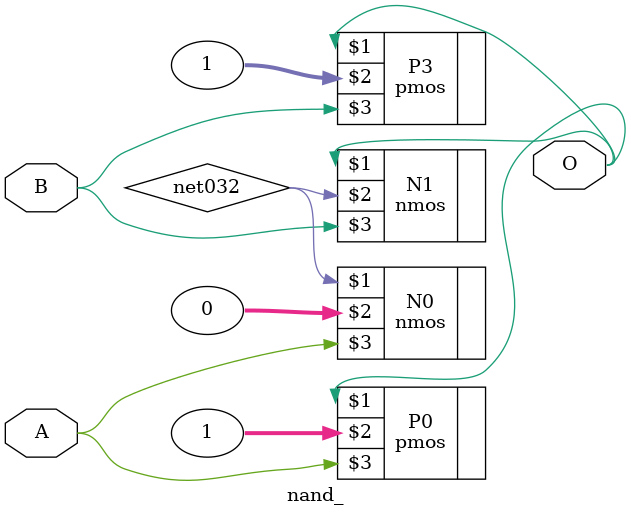
<source format=v>
`timescale 1ns / 1ns 

module nand_ ( O, A, B );
output  O;

input  A, B;


specify 
    specparam CDS_LIBNAME  = "ece555_final";
    specparam CDS_CELLNAME = "nand";
    specparam CDS_VIEWNAME = "schematic";
endspecify

pmos P3 ( O, 1, B);
pmos P0 ( O, 1, A);
nmos N1 ( O, net032, B);
nmos N0 ( net032, 0, A);

endmodule

</source>
